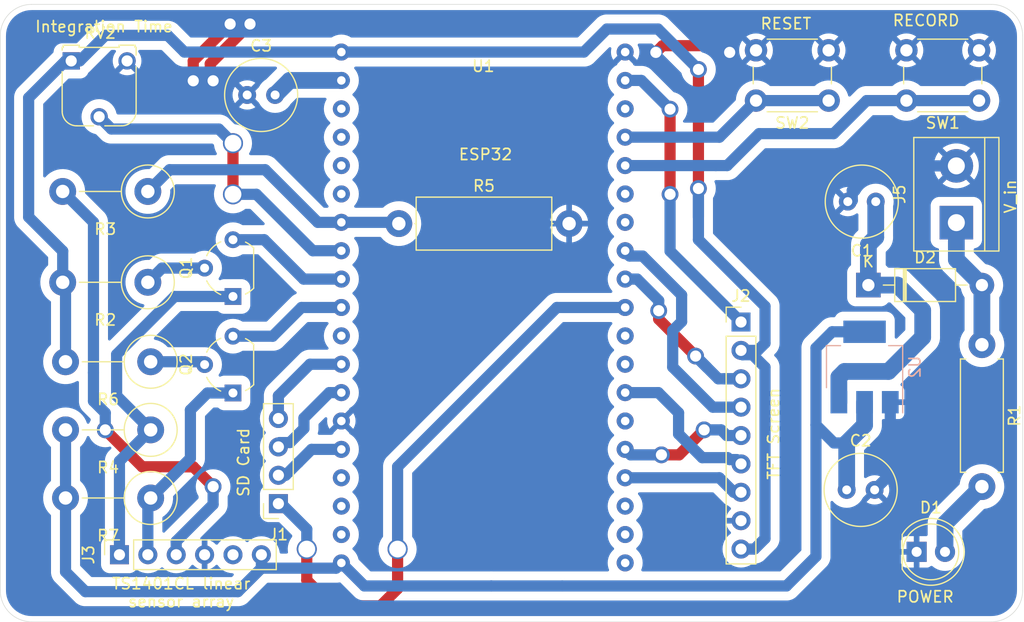
<source format=kicad_pcb>
(kicad_pcb (version 20211014) (generator pcbnew)
  (layers (0 "F.Cu" signal) (31 "B.Cu" signal) (34 "B.Paste" user) (35 "F.Paste" user) (36 "B.SilkS" user "B.Silkscreen") (37 "F.SilkS" user "F.Silkscreen") (38 "B.Mask" user) (39 "F.Mask" user) (44 "Edge.Cuts" user))
  (net 0 "")
  (net 1 "Net-(C1-Pad1)")
  (net 2 "GND")
  (net 3 "+5V")
  (net 4 "Net-(C3-Pad2)")
  (net 5 "Net-(D1-Pad2)")
  (net 6 "VCC")
  (net 7 "/SD_CS")
  (net 8 "/SD_MOSI")
  (net 9 "/SD_MISO")
  (net 10 "/SD_SCK")
  (net 11 "/5V_CAM_SI")
  (net 12 "/5V_CAM_CLK")
  (net 13 "/5V_CAM_AO")
  (net 15 "/SCREEN_MOSI(SDO)")
  (net 16 "+3V3")
  (net 17 "/SCREEN_SCK")
  (net 18 "/SCREEN_MISO(SDI)")
  (net 19 "/SCREEN_DC(RS)")
  (net 20 "/SCREEN_RESET")
  (net 21 "/SCREEN_CS")
  (net 22 "Net-(Q1-Pad2)")
  (net 23 "/3V_CAM_SI")
  (net 24 "/3V_CAM_CLK")
  (net 25 "Net-(Q2-Pad2)")
  (net 26 "/3V_CAM_AO")
  (net 27 "/3V_CAM_INT_TIME")
  (net 28 "/RECORD_BUTTON")
  (net 29 "/RESET_BUTTON")
  (footprint "Resistor_THT:R_Axial_DIN0411_L9.9mm_D3.6mm_P12.70mm_Horizontal" (layer "F.Cu") (at 184.902 102.926 -90)
    (fp_text reference "R1" (at 6.35 -2.92 90) (layer "F.SilkS"))
    (fp_text value "R_Small")
    (fp_line (start 1.28 1.92) (end 11.42 1.92) (layer "F.SilkS") (width 0.12))
    (fp_line (start 11.42 1.92) (end 11.42 1.44) (layer "F.SilkS") (width 0.12))
    (fp_line (start 1.28 1.44) (end 1.28 1.92) (layer "F.SilkS") (width 0.12))
    (fp_line (start 1.28 -1.92) (end 11.42 -1.92) (layer "F.SilkS") (width 0.12))
    (fp_line (start 1.28 -1.44) (end 1.28 -1.92) (layer "F.SilkS") (width 0.12))
    (fp_line (start 11.42 -1.92) (end 11.42 -1.44) (layer "F.SilkS") (width 0.12))
    (pad "1" thru_hole circle (at 0 0 270) (size 2.4 2.4) (drill 1.2) (layers *.Cu *.Mask) (net 6 "VCC"))
    (pad "2" thru_hole oval (at 12.7 0 270) (size 2.4 2.4) (drill 1.2) (layers *.Cu *.Mask) (net 5 "Net-(D1-Pad2)"))
  )
  (footprint "Capacitor_THT:C_Radial_D6.3mm_H7.0mm_P2.50mm" (layer "F.Cu") (at 119.148 80.578)
    (fp_text reference "C3" (at 1.25 -4.4) (layer "F.SilkS"))
    (fp_text value "10uF")
    (fp_circle (center 1.25 0) (end 4.52 0) (layer "F.SilkS") (width 0.12) (fill none))
    (pad "1" thru_hole circle (at 0 0) (size 1.6 1.6) (drill 0.8) (layers *.Cu *.Mask) (net 2 "GND"))
    (pad "2" thru_hole circle (at 2.5 0) (size 1.6 1.6) (drill 0.8) (layers *.Cu *.Mask) (net 4 "Net-(C3-Pad2)"))
  )
  (footprint "Connector_PinSocket_2.54mm:PinSocket_1x06_P2.54mm_Vertical" (layer "F.Cu") (at 107.718 121.726 90)
    (fp_text reference "J3" (at 0 -2.77 90) (layer "F.SilkS"))
    (fp_text value "TS1401CL")
    (fp_line (start -1.33 14.03) (end 1.33 14.03) (layer "F.SilkS") (width 0.12))
    (fp_line (start 1.33 1.27) (end 1.33 14.03) (layer "F.SilkS") (width 0.12))
    (fp_line (start 1.33 -1.33) (end 1.33 0) (layer "F.SilkS") (width 0.12))
    (fp_line (start -1.33 1.27) (end 1.33 1.27) (layer "F.SilkS") (width 0.12))
    (fp_line (start 0 -1.33) (end 1.33 -1.33) (layer "F.SilkS") (width 0.12))
    (fp_line (start -1.33 1.27) (end -1.33 14.03) (layer "F.SilkS") (width 0.12))
    (pad "1" thru_hole rect (at 0 0 90) (size 1.7 1.7) (drill 1) (layers *.Cu *.Mask) (net 11 "/5V_CAM_SI"))
    (pad "2" thru_hole oval (at 0 2.54 90) (size 1.7 1.7) (drill 1) (layers *.Cu *.Mask) (net 12 "/5V_CAM_CLK"))
    (pad "3" thru_hole oval (at 0 5.08 90) (size 1.7 1.7) (drill 1) (layers *.Cu *.Mask) (net 13 "/5V_CAM_AO"))
    (pad "4" thru_hole oval (at 0 7.62 90) (size 1.7 1.7) (drill 1) (layers *.Cu *.Mask) (net 2 "GND"))
    (pad "5" thru_hole oval (at 0 10.16 90) (size 1.7 1.7) (drill 1) (layers *.Cu *.Mask))
    (pad "6" thru_hole oval (at 0 12.7 90) (size 1.7 1.7) (drill 1) (layers *.Cu *.Mask) (net 3 "+5V"))
  )
  (footprint "Button_Switch_THT:SW_PUSH_6mm_H13mm" (layer "F.Cu") (at 184.648 81.082 180)
    (fp_text reference "SW1" (at 3.25 -2) (layer "F.SilkS"))
    (fp_text value "Record to SDCard")
    (fp_line (start 5.5 -1) (end 1 -1) (layer "F.SilkS") (width 0.12))
    (fp_line (start 6.75 3) (end 6.75 1.5) (layer "F.SilkS") (width 0.12))
    (fp_line (start 1 5.5) (end 5.5 5.5) (layer "F.SilkS") (width 0.12))
    (fp_line (start -0.25 1.5) (end -0.25 3) (layer "F.SilkS") (width 0.12))
    (pad "1" thru_hole circle (at 6.5 0 270) (size 2 2) (drill 1.1) (layers *.Cu *.Mask) (net 28 "/RECORD_BUTTON"))
    (pad "1" thru_hole circle (at 0 0 270) (size 2 2) (drill 1.1) (layers *.Cu *.Mask) (net 28 "/RECORD_BUTTON"))
    (pad "2" thru_hole circle (at 6.5 4.5 270) (size 2 2) (drill 1.1) (layers *.Cu *.Mask) (net 2 "GND"))
    (pad "2" thru_hole circle (at 0 4.5 270) (size 2 2) (drill 1.1) (layers *.Cu *.Mask) (net 2 "GND"))
  )
  (footprint "Potentiometer_THT:Potentiometer_Runtron_RM-065_Vertical" (layer "F.Cu") (at 103.4 77.53)
    (fp_text reference "RV2" (at 2.6 -2.5) (layer "F.SilkS"))
    (fp_text value "CAM Integ. Time POT")
    (fp_line (start 0.71 -1.21) (end 0.71 -1.41) (layer "F.SilkS") (width 0.12))
    (fp_line (start -0.81 -1.21) (end -0.81 -0.96) (layer "F.SilkS") (width 0.12))
    (fp_line (start 4.29 -1.21) (end 4.29 -1.41) (layer "F.SilkS") (width 0.12))
    (fp_line (start -0.81 4.5) (end -0.81 0.96) (layer "F.SilkS") (width 0.12))
    (fp_line (start 5.81 0.52) (end 5.81 4.5) (layer "F.SilkS") (width 0.12))
    (fp_line (start 5.71 -1.21) (end 5.81 -1.21) (layer "F.SilkS") (width 0.12))
    (fp_line (start 1.99 5.81) (end 0.5 5.81) (layer "F.SilkS") (width 0.12))
    (fp_line (start 0.71 -1.21) (end 4.29 -1.21) (layer "F.SilkS") (width 0.12))
    (fp_line (start 5.71 -1.41) (end 5.71 -1.21) (layer "F.SilkS") (width 0.12))
    (fp_line (start -0.71 -1.41) (end 0.71 -1.41) (layer "F.SilkS") (width 0.12))
    (fp_line (start 4.29 -1.41) (end 5.71 -1.41) (layer "F.SilkS") (width 0.12))
    (fp_line (start 4.5 5.81) (end 3.01 5.81) (layer "F.SilkS") (width 0.12))
    (fp_line (start -0.71 -1.21) (end -0.81 -1.21) (layer "F.SilkS") (width 0.12))
    (fp_line (start 5.81 -1.21) (end 5.81 -0.52) (layer "F.SilkS") (width 0.12))
    (fp_line (start -0.71 -1.41) (end -0.71 -1.21) (layer "F.SilkS") (width 0.12))
    (fp_arc (start 5.81 4.5) (mid 5.42631 5.42631) (end 4.5 5.81) (layer "F.SilkS") (width 0.12))
    (fp_arc (start 0.5 5.81) (mid -0.42631 5.42631) (end -0.81 4.5) (layer "F.SilkS") (width 0.12))
    (pad "1" thru_hole rect locked (at 0 0) (size 1.55 1.55) (drill 1) (layers *.Cu *.Mask) (net 16 "+3V3"))
    (pad "2" thru_hole circle locked (at 2.5 5) (size 1.55 1.55) (drill 1) (layers *.Cu *.Mask) (net 27 "/3V_CAM_INT_TIME"))
    (pad "3" thru_hole circle locked (at 5 0) (size 1.55 1.55) (drill 1) (layers *.Cu *.Mask) (net 2 "GND"))
  )
  (footprint "LED_THT:LED_D5.0mm_Clear" (layer "F.Cu") (at 179.06 121.468)
    (fp_text reference "D1" (at 1.27 -3.96) (layer "F.SilkS"))
    (fp_text value "POWER_LED")
    (fp_line (start -1.29 -1.545) (end -1.29 1.545) (layer "F.SilkS") (width 0.12))
    (fp_arc (start -1.29 -1.54483) (mid 2.072002 -2.880433) (end 4.26 0.000462) (layer "F.SilkS") (width 0.12))
    (fp_arc (start 4.26 -0.000462) (mid 2.072002 2.880433) (end -1.29 1.54483) (layer "F.SilkS") (width 0.12))
    (fp_circle (center 1.27 0) (end 3.77 0) (layer "F.SilkS") (width 0.12) (fill none))
    (pad "1" thru_hole rect (at 0 0) (size 1.8 1.8) (drill 0.9) (layers *.Cu *.Mask) (net 2 "GND"))
    (pad "2" thru_hole circle (at 2.54 0) (size 1.8 1.8) (drill 0.9) (layers *.Cu *.Mask) (net 5 "Net-(D1-Pad2)"))
  )
  (footprint "Button_Switch_THT:SW_PUSH_6mm_H13mm" (layer "F.Cu") (at 171.186 81.082 180)
    (fp_text reference "SW2" (at 3.25 -2) (layer "F.SilkS"))
    (fp_text value "RESET PIN")
    (fp_line (start -0.25 1.5) (end -0.25 3) (layer "F.SilkS") (width 0.12))
    (fp_line (start 6.75 3) (end 6.75 1.5) (layer "F.SilkS") (width 0.12))
    (fp_line (start 5.5 -1) (end 1 -1) (layer "F.SilkS") (width 0.12))
    (fp_line (start 1 5.5) (end 5.5 5.5) (layer "F.SilkS") (width 0.12))
    (pad "1" thru_hole circle (at 0 0 270) (size 2 2) (drill 1.1) (layers *.Cu *.Mask) (net 29 "/RESET_BUTTON"))
    (pad "1" thru_hole circle (at 6.5 0 270) (size 2 2) (drill 1.1) (layers *.Cu *.Mask) (net 29 "/RESET_BUTTON"))
    (pad "2" thru_hole circle (at 6.5 4.5 270) (size 2 2) (drill 1.1) (layers *.Cu *.Mask) (net 2 "GND"))
    (pad "2" thru_hole circle (at 0 4.5 270) (size 2 2) (drill 1.1) (layers *.Cu *.Mask) (net 2 "GND"))
  )
  (footprint "TerminalBlock:TerminalBlock_bornier-2_P5.08mm" (layer "F.Cu") (at 182.616 92.004 90)
    (fp_text reference "J5" (at 2.54 -5.08 90) (layer "F.SilkS"))
    (fp_text value "Screw_Terminal_01x02")
    (fp_line (start 7.62 -3.81) (end -2.54 -3.81) (layer "F.SilkS") (width 0.12))
    (fp_line (start 7.62 3.81) (end 7.62 -3.81) (layer "F.SilkS") (width 0.12))
    (fp_line (start -2.54 3.81) (end 7.62 3.81) (layer "F.SilkS") (width 0.12))
    (fp_line (start -2.54 -3.81) (end -2.54 3.81) (layer "F.SilkS") (width 0.12))
    (fp_line (start 7.62 2.54) (end -2.54 2.54) (layer "F.SilkS") (width 0.12))
    (pad "1" thru_hole rect (at 0 0 90) (size 3 3) (drill 1.52) (layers *.Cu *.Mask) (net 6 "VCC"))
    (pad "2" thru_hole circle (at 5.08 0 90) (size 3 3) (drill 1.52) (layers *.Cu *.Mask) (net 2 "GND"))
  )
  (footprint "Capacitor_THT:C_Radial_D6.3mm_H7.0mm_P2.50mm" (layer "F.Cu") (at 172.802 115.922)
    (fp_text reference "C2" (at 1.25 -4.4) (layer "F.SilkS"))
    (fp_text value "C_Small")
    (fp_circle (center 1.25 0) (end 4.52 0) (layer "F.SilkS") (width 0.12) (fill none))
    (pad "1" thru_hole circle (at 0 0) (size 1.6 1.6) (drill 0.8) (layers *.Cu *.Mask) (net 3 "+5V"))
    (pad "2" thru_hole circle (at 2.5 0) (size 1.6 1.6) (drill 0.8) (layers *.Cu *.Mask) (net 2 "GND"))
  )
  (footprint "Diode_THT:D_DO-41_SOD81_P10.16mm_Horizontal" (layer "F.Cu") (at 174.742 97.592)
    (fp_text reference "D2" (at 5.08 -2.47) (layer "F.SilkS"))
    (fp_text value "1N4007")
    (fp_text user "K" (at 0 -2.1) (layer "F.SilkS"))
    (fp_line (start 3.26 -1.47) (end 3.26 1.47) (layer "F.SilkS") (width 0.12))
    (fp_line (start 7.8 1.47) (end 7.8 -1.47) (layer "F.SilkS") (width 0.12))
    (fp_line (start 2.36 -1.47) (end 2.36 1.47) (layer "F.SilkS") (width 0.12))
    (fp_line (start 8.82 0) (end 7.8 0) (layer "F.SilkS") (width 0.12))
    (fp_line (start 2.36 1.47) (end 7.8 1.47) (layer "F.SilkS") (width 0.12))
    (fp_line (start 1.34 0) (end 2.36 0) (layer "F.SilkS") (width 0.12))
    (fp_line (start 3.38 -1.47) (end 3.38 1.47) (layer "F.SilkS") (width 0.12))
    (fp_line (start 3.14 -1.47) (end 3.14 1.47) (layer "F.SilkS") (width 0.12))
    (fp_line (start 7.8 -1.47) (end 2.36 -1.47) (layer "F.SilkS") (width 0.12))
    (pad "1" thru_hole rect (at 0 0) (size 2.2 2.2) (drill 1.1) (layers *.Cu *.Mask) (net 1 "Net-(C1-Pad1)"))
    (pad "2" thru_hole oval (at 10.16 0) (size 2.2 2.2) (drill 1.1) (layers *.Cu *.Mask) (net 6 "VCC"))
  )
  (footprint "Capacitor_THT:C_Radial_D6.3mm_H7.0mm_P2.50mm" (layer "F.Cu") (at 175.402 90.122 180)
    (fp_text reference "C1" (at 1.25 -4.4) (layer "F.SilkS"))
    (fp_text value "C_Small")
    (fp_circle (center 1.25 0) (end 4.52 0) (layer "F.SilkS") (width 0.12) (fill none))
    (pad "1" thru_hole circle (at 0 0 180) (size 1.6 1.6) (drill 0.8) (layers *.Cu *.Mask) (net 1 "Net-(C1-Pad1)"))
    (pad "2" thru_hole circle (at 2.5 0 180) (size 1.6 1.6) (drill 0.8) (layers *.Cu *.Mask) (net 2 "GND"))
  )
  (footprint "Package_TO_SOT_THT:TO-92_Wide" (layer "F.Cu") (at 117.878 107.248 90)
    (fp_text reference "Q2" (at 2.55 -4.19 90) (layer "F.SilkS"))
    (fp_text value "BC547")
    (fp_line (start 0.74 1.85) (end 4.34 1.85) (layer "F.SilkS") (width 0.12))
    (fp_arc (start 4.864184 1.122795) (mid 4.633903 1.509328) (end 4.34 1.85) (layer "F.SilkS") (width 0.12))
    (fp_arc (start 0.74 1.85) (mid 0.446097 1.509328) (end 0.215816 1.122795) (layer "F.SilkS") (width 0.12))
    (fp_arc (start 0.172801 -1.103842) (mid 0.678995 -1.832692) (end 1.4 -2.35) (layer "F.SilkS") (width 0.12))
    (fp_arc (start 3.65 -2.35) (mid 4.382279 -1.833196) (end 4.895458 -1.098371) (layer "F.SilkS") (width 0.12))
    (pad "1" thru_hole rect (at 0 0 90) (size 1.5 1.5) (drill 0.8) (layers *.Cu *.Mask) (net 12 "/5V_CAM_CLK"))
    (pad "2" thru_hole circle (at 2.54 -2.54 90) (size 1.5 1.5) (drill 0.8) (layers *.Cu *.Mask) (net 25 "Net-(Q2-Pad2)"))
    (pad "3" thru_hole circle (at 5.08 0 90) (size 1.5 1.5) (drill 0.8) (layers *.Cu *.Mask) (net 24 "/3V_CAM_CLK"))
  )
  (footprint "Connector_PinHeader_2.54mm:PinHeader_1x09_P2.54mm_Vertical" (layer "F.Cu") (at 163.344 100.898)
    (fp_text reference "J2" (at 0 -2.33) (layer "F.SilkS"))
    (fp_text value "tft")
    (fp_line (start -1.33 21.65) (end 1.33 21.65) (layer "F.SilkS") (width 0.12))
    (fp_line (start 1.33 1.27) (end 1.33 21.65) (layer "F.SilkS") (width 0.12))
    (fp_line (start -1.33 0) (end -1.33 -1.33) (layer "F.SilkS") (width 0.12))
    (fp_line (start -1.33 -1.33) (end 0 -1.33) (layer "F.SilkS") (width 0.12))
    (fp_line (start -1.33 1.27) (end -1.33 21.65) (layer "F.SilkS") (width 0.12))
    (fp_line (start -1.33 1.27) (end 1.33 1.27) (layer "F.SilkS") (width 0.12))
    (pad "1" thru_hole rect (at 0 0) (size 1.7 1.7) (drill 1) (layers *.Cu *.Mask) (net 15 "/SCREEN_MOSI(SDO)"))
    (pad "2" thru_hole oval (at 0 2.54) (size 1.7 1.7) (drill 1) (layers *.Cu *.Mask) (net 16 "+3V3"))
    (pad "3" thru_hole oval (at 0 5.08) (size 1.7 1.7) (drill 1) (layers *.Cu *.Mask) (net 17 "/SCREEN_SCK"))
    (pad "4" thru_hole oval (at 0 7.62) (size 1.7 1.7) (drill 1) (layers *.Cu *.Mask) (net 18 "/SCREEN_MISO(SDI)"))
    (pad "5" thru_hole oval (at 0 10.16) (size 1.7 1.7) (drill 1) (layers *.Cu *.Mask) (net 19 "/SCREEN_DC(RS)"))
    (pad "6" thru_hole oval (at 0 12.7) (size 1.7 1.7) (drill 1) (layers *.Cu *.Mask) (net 20 "/SCREEN_RESET"))
    (pad "7" thru_hole oval (at 0 15.24) (size 1.7 1.7) (drill 1) (layers *.Cu *.Mask) (net 21 "/SCREEN_CS"))
    (pad "8" thru_hole oval (at 0 17.78) (size 1.7 1.7) (drill 1) (layers *.Cu *.Mask) (net 2 "GND"))
    (pad "9" thru_hole oval (at 0 20.32) (size 1.7 1.7) (drill 1) (layers *.Cu *.Mask) (net 16 "+3V3"))
  )
  (footprint "doit-esp32-devkit-kicad-36pin:ESP32-DOIT-DEVKIT-36PIN" (layer "F.Cu") (at 140.277 74.197)
    (fp_text reference "U1" (at 0 3.81) (layer "F.SilkS"))
    (fp_text value "DOIT-ESP32-DEVKIT-V1")
    (pad "1" thru_hole circle locked (at -12.7 2.54) (size 1.524 1.524) (drill 0.762) (layers *.Cu *.Mask) (net 16 "+3V3"))
    (pad "2" thru_hole circle locked (at -12.7 5.08) (size 1.524 1.524) (drill 0.762) (layers *.Cu *.Mask) (net 4 "Net-(C3-Pad2)"))
    (pad "3" thru_hole circle locked (at -12.7 7.62) (size 1.524 1.524) (drill 0.762) (layers *.Cu *.Mask))
    (pad "4" thru_hole circle locked (at -12.7 10.16) (size 1.524 1.524) (drill 0.762) (layers *.Cu *.Mask))
    (pad "5" thru_hole circle locked (at -12.7 12.7) (size 1.524 1.524) (drill 0.762) (layers *.Cu *.Mask))
    (pad "6" thru_hole circle locked (at -12.7 15.24) (size 1.524 1.524) (drill 0.762) (layers *.Cu *.Mask))
    (pad "7" thru_hole circle locked (at -12.7 17.78) (size 1.524 1.524) (drill 0.762) (layers *.Cu *.Mask) (net 26 "/3V_CAM_AO"))
    (pad "8" thru_hole circle locked (at -12.7 20.32) (size 1.524 1.524) (drill 0.762) (layers *.Cu *.Mask) (net 27 "/3V_CAM_INT_TIME"))
    (pad "9" thru_hole circle locked (at -12.7 22.86) (size 1.524 1.524) (drill 0.762) (layers *.Cu *.Mask) (net 23 "/3V_CAM_SI"))
    (pad "10" thru_hole circle locked (at -12.7 25.4) (size 1.524 1.524) (drill 0.762) (layers *.Cu *.Mask) (net 24 "/3V_CAM_CLK"))
    (pad "11" thru_hole circle locked (at -12.7 27.94) (size 1.524 1.524) (drill 0.762) (layers *.Cu *.Mask))
    (pad "12" thru_hole circle locked (at -12.7 30.48) (size 1.524 1.524) (drill 0.762) (layers *.Cu *.Mask) (net 10 "/SD_SCK"))
    (pad "13" thru_hole circle locked (at -12.7 33.02) (size 1.524 1.524) (drill 0.762) (layers *.Cu *.Mask) (net 9 "/SD_MISO"))
    (pad "14" thru_hole circle locked (at -12.7 35.56) (size 1.524 1.524) (drill 0.762) (layers *.Cu *.Mask) (net 2 "GND"))
    (pad "15" thru_hole circle locked (at -12.7 38.1) (size 1.524 1.524) (drill 0.762) (layers *.Cu *.Mask) (net 8 "/SD_MOSI"))
    (pad "16" thru_hole circle locked (at -12.7 40.64) (size 1.524 1.524) (drill 0.762) (layers *.Cu *.Mask))
    (pad "17" thru_hole circle locked (at -12.7 43.18) (size 1.524 1.524) (drill 0.762) (layers *.Cu *.Mask))
    (pad "18" thru_hole circle locked (at -12.7 45.72) (size 1.524 1.524) (drill 0.762) (layers *.Cu *.Mask))
    (pad "19" thru_hole circle locked (at -12.7 48.26 180) (size 1.524 1.524) (drill 0.762) (layers *.Cu *.Mask) (net 3 "+5V"))
    (pad "20" thru_hole circle locked (at 12.7 48.26 180) (size 1.524 1.524) (drill 0.762) (layers *.Cu *.Mask))
    (pad "21" thru_hole circle locked (at 12.7 45.72) (size 1.524 1.524) (drill 0.762) (layers *.Cu *.Mask))
    (pad "22" thru_hole circle locked (at 12.7 43.18) (size 1.524 1.524) (drill 0.762) (layers *.Cu *.Mask))
    (pad "23" thru_hole circle locked (at 12.7 40.64) (size 1.524 1.524) (drill 0.762) (layers *.Cu *.Mask) (net 21 "/SCREEN_CS"))
    (pad "24" thru_hole circle locked (at 12.7 38.1) (size 1.524 1.524) (drill 0.762) (layers *.Cu *.Mask) (net 19 "/SCREEN_DC(RS)"))
    (pad "25" thru_hole circle locked (at 12.7 35.56) (size 1.524 1.524) (drill 0.762) (layers *.Cu *.Mask))
    (pad "26" thru_hole circle locked (at 12.7 33.02) (size 1.524 1.524) (drill 0.762) (layers *.Cu *.Mask) (net 20 "/SCREEN_RESET"))
    (pad "27" thru_hole circle locked (at 12.7 30.48) (size 1.524 1.524) (drill 0.762) (layers *.Cu *.Mask))
    (pad "28" thru_hole circle locked (at 12.7 27.94) (size 1.524 1.524) (drill 0.762) (layers *.Cu *.Mask))
    (pad "29" thru_hole circle locked (at 12.7 25.4) (size 1.524 1.524) (drill 0.762) (layers *.Cu *.Mask) (net 7 "/SD_CS"))
    (pad "30" thru_hole circle locked (at 12.7 22.86) (size 1.524 1.524) (drill 0.762) (layers *.Cu *.Mask) (net 17 "/SCREEN_SCK"))
    (pad "31" thru_hole circle locked (at 12.7 20.32) (size 1.524 1.524) (drill 0.762) (layers *.Cu *.Mask) (net 18 "/SCREEN_MISO(SDI)"))
    (pad "32" thru_hole circle locked (at 12.7 17.78) (size 1.524 1.524) (drill 0.762) (layers *.Cu *.Mask))
    (pad "33" thru_hole circle locked (at 12.7 15.24) (size 1.524 1.524) (drill 0.762) (layers *.Cu *.Mask))
    (pad "34" thru_hole circle locked (at 12.7 12.7) (size 1.524 1.524) (drill 0.762) (layers *.Cu *.Mask) (net 28 "/RECORD_BUTTON"))
    (pad "35" thru_hole circle locked (at 12.7 10.16) (size 1.524 1.524) (drill 0.762) (layers *.Cu *.Mask) (net 29 "/RESET_BUTTON"))
    (pad "36" thru_hole circle locked (at 12.7 7.62) (size 1.524 1.524) (drill 0.762) (layers *.Cu *.Mask))
    (pad "37" thru_hole circle locked (at 12.7 5.08) (size 1.524 1.524) (drill 0.762) (layers *.Cu *.Mask) (net 15 "/SCREEN_MOSI(SDO)"))
    (pad "38" thru_hole circle locked (at 12.7 2.54) (size 1.524 1.524) (drill 0.762) (layers *.Cu *.Mask) (net 2 "GND"))
  )
  (footprint "Resistor_THT:R_Axial_DIN0414_L11.9mm_D4.5mm_P7.62mm_Vertical" (layer "F.Cu") (at 110.258 97.342 180)
    (fp_text reference "R2" (at 3.81 -3.37) (layer "F.SilkS"))
    (fp_text value "1k")
    (fp_line (start 2.37 0) (end 6.12 0) (layer "F.SilkS") (width 0.12))
    (fp_circle (center 0 0) (end 2.37 0) (layer "F.SilkS") (width 0.12) (fill none))
    (pad "1" thru_hole circle (at 0 0 180) (size 2.4 2.4) (drill 1.2) (layers *.Cu *.Mask) (net 22 "Net-(Q1-Pad2)"))
    (pad "2" thru_hole oval (at 7.62 0 180) (size 2.4 2.4) (drill 1.2) (layers *.Cu *.Mask) (net 16 "+3V3"))
  )
  (footprint "Resistor_THT:R_Axial_DIN0414_L11.9mm_D4.5mm_P7.62mm_Vertical" (layer "F.Cu") (at 110.258 89.214 180)
    (fp_text reference "R3" (at 3.81 -3.37) (layer "F.SilkS"))
    (fp_text value "X")
    (fp_line (start 2.37 0) (end 6.12 0) (layer "F.SilkS") (width 0.12))
    (fp_circle (center 0 0) (end 2.37 0) (layer "F.SilkS") (width 0.12) (fill none))
    (pad "1" thru_hole circle (at 0 0 180) (size 2.4 2.4) (drill 1.2) (layers *.Cu *.Mask) (net 26 "/3V_CAM_AO"))
    (pad "2" thru_hole oval (at 7.62 0 180) (size 2.4 2.4) (drill 1.2) (layers *.Cu *.Mask) (net 13 "/5V_CAM_AO"))
  )
  (footprint "Resistor_THT:R_Axial_DIN0414_L11.9mm_D4.5mm_P7.62mm_Vertical" (layer "F.Cu") (at 110.512 110.55 180)
    (fp_text reference "R4" (at 3.81 -3.37) (layer "F.SilkS"))
    (fp_text value "10k")
    (fp_line (start 2.37 0) (end 6.12 0) (layer "F.SilkS") (width 0.12))
    (fp_circle (center 0 0) (end 2.37 0) (layer "F.SilkS") (width 0.12) (fill none))
    (pad "1" thru_hole circle (at 0 0 180) (size 2.4 2.4) (drill 1.2) (layers *.Cu *.Mask) (net 11 "/5V_CAM_SI"))
    (pad "2" thru_hole oval (at 7.62 0 180) (size 2.4 2.4) (drill 1.2) (layers *.Cu *.Mask) (net 3 "+5V"))
  )
  (footprint "Resistor_THT:R_Axial_DIN0414_L11.9mm_D4.5mm_P15.24mm_Horizontal" (layer "F.Cu") (at 132.72 92.09)
    (fp_text reference "R5" (at 7.62 -3.37) (layer "F.SilkS"))
    (fp_text value "2X")
    (fp_line (start 1.44 0) (end 1.55 0) (layer "F.SilkS") (width 0.12))
    (fp_line (start 13.8 0) (end 13.69 0) (layer "F.SilkS") (width 0.12))
    (fp_line (start 13.69 -2.37) (end 1.55 -2.37) (layer "F.SilkS") (width 0.12))
    (fp_line (start 1.55 -2.37) (end 1.55 2.37) (layer "F.SilkS") (width 0.12))
    (fp_line (start 13.69 2.37) (end 13.69 -2.37) (layer "F.SilkS") (width 0.12))
    (fp_line (start 1.55 2.37) (end 13.69 2.37) (layer "F.SilkS") (width 0.12))
    (pad "1" thru_hole circle (at 0 0) (size 2.4 2.4) (drill 1.2) (layers *.Cu *.Mask) (net 26 "/3V_CAM_AO"))
    (pad "2" thru_hole oval (at 15.24 0) (size 2.4 2.4) (drill 1.2) (layers *.Cu *.Mask) (net 2 "GND"))
  )
  (footprint "Resistor_THT:R_Axial_DIN0414_L11.9mm_D4.5mm_P7.62mm_Vertical" (layer "F.Cu") (at 110.512 104.454 180)
    (fp_text reference "R6" (at 3.81 -3.37) (layer "F.SilkS"))
    (fp_text value "1k")
    (fp_line (start 2.37 0) (end 6.12 0) (layer "F.SilkS") (width 0.12))
    (fp_circle (center 0 0) (end 2.37 0) (layer "F.SilkS") (width 0.12) (fill none))
    (pad "1" thru_hole circle (at 0 0 180) (size 2.4 2.4) (drill 1.2) (layers *.Cu *.Mask) (net 25 "Net-(Q2-Pad2)"))
    (pad "2" thru_hole oval (at 7.62 0 180) (size 2.4 2.4) (drill 1.2) (layers *.Cu *.Mask) (net 16 "+3V3"))
  )
  (footprint "Resistor_THT:R_Axial_DIN0414_L11.9mm_D4.5mm_P7.62mm_Vertical" (layer "F.Cu") (at 110.512 116.646 180)
    (fp_text reference "R7" (at 3.81 -3.37) (layer "F.SilkS"))
    (fp_text value "10k")
    (fp_line (start 2.37 0) (end 6.12 0) (layer "F.SilkS") (width 0.12))
    (fp_circle (center 0 0) (end 2.37 0) (layer "F.SilkS") (width 0.12) (fill none))
    (pad "1" thru_hole circle (at 0 0 180) (size 2.4 2.4) (drill 1.2) (layers *.Cu *.Mask) (net 12 "/5V_CAM_CLK"))
    (pad "2" thru_hole oval (at 7.62 0 180) (size 2.4 2.4) (drill 1.2) (layers *.Cu *.Mask) (net 3 "+5V"))
  )
  (footprint "Connector_PinSocket_2.54mm:PinSocket_1x04_P2.54mm_Vertical" (layer "F.Cu") (at 121.942 117.154 180)
    (fp_text reference "J1" (at 0 -2.77) (layer "F.SilkS"))
    (fp_text value "SD CARD Conn")
    (fp_line (start -1.33 1.27) (end -1.33 8.95) (layer "F.SilkS") (width 0.12))
    (fp_line (start 1.33 1.27) (end 1.33 8.95) (layer "F.SilkS") (width 0.12))
    (fp_line (start 0 -1.33) (end 1.33 -1.33) (layer "F.SilkS") (width 0.12))
    (fp_line (start -1.33 1.27) (end 1.33 1.27) (layer "F.SilkS") (width 0.12))
    (fp_line (start -1.33 8.95) (end 1.33 8.95) (layer "F.SilkS") (width 0.12))
    (fp_line (start 1.33 -1.33) (end 1.33 0) (layer "F.SilkS") (width 0.12))
    (pad "1" thru_hole rect (at 0 0 180) (size 1.7 1.7) (drill 1) (layers *.Cu *.Mask) (net 7 "/SD_CS"))
    (pad "2" thru_hole oval (at 0 2.54 180) (size 1.7 1.7) (drill 1) (layers *.Cu *.Mask) (net 8 "/SD_MOSI"))
    (pad "3" thru_hole oval (at 0 5.08 180) (size 1.7 1.7) (drill 1) (layers *.Cu *.Mask) (net 9 "/SD_MISO"))
    (pad "4" thru_hole oval (at 0 7.62 180) (size 1.7 1.7) (drill 1) (layers *.Cu *.Mask) (net 10 "/SD_SCK"))
  )
  (footprint "Package_TO_SOT_THT:TO-92_Wide" (layer "F.Cu") (at 117.878 98.612 90)
    (fp_text reference "Q1" (at 2.55 -4.19 90) (layer "F.SilkS"))
    (fp_text value "BC547")
    (fp_line (start 0.74 1.85) (end 4.34 1.85) (layer "F.SilkS") (width 0.12))
    (fp_arc (start 0.74 1.85) (mid 0.446097 1.509328) (end 0.215816 1.122795) (layer "F.SilkS") (width 0.12))
    (fp_arc (start 4.864184 1.122795) (mid 4.633903 1.509328) (end 4.34 1.85) (layer "F.SilkS") (width 0.12))
    (fp_arc (start 3.65 -2.35) (mid 4.382279 -1.833196) (end 4.895458 -1.098371) (layer "F.SilkS") (width 0.12))
    (fp_arc (start 0.172801 -1.103842) (mid 0.678995 -1.832692) (end 1.4 -2.35) (layer "F.SilkS") (width 0.12))
    (pad "1" thru_hole rect (at 0 0 90) (size 1.5 1.5) (drill 0.8) (layers *.Cu *.Mask) (net 11 "/5V_CAM_SI"))
    (pad "2" thru_hole circle (at 2.54 -2.54 90) (size 1.5 1.5) (drill 0.8) (layers *.Cu *.Mask) (net 22 "Net-(Q1-Pad2)"))
    (pad "3" thru_hole circle (at 5.08 0 90) (size 1.5 1.5) (drill 0.8) (layers *.Cu *.Mask) (net 23 "/3V_CAM_SI"))
  )
  (footprint "Package_TO_SOT_SMD:SOT-223-3_TabPin2" (layer "B.Cu") (at 174.402 104.922 90)
    (fp_text reference "U2" (at 0 4.5 90) (layer "B.SilkS") (effects (justify mirror)))
    (fp_text value "AMS1117-5.0")
    (fp_line (start 1.91 3.41) (end 1.91 2.15) (layer "B.SilkS") (width 0.12))
    (fp_line (start -4.1 3.41) (end 1.91 3.41) (layer "B.SilkS") (width 0.12))
    (fp_line (start 1.91 -3.41) (end 1.91 -2.15) (layer "B.SilkS") (width 0.12))
    (fp_line (start -1.85 -3.41) (end 1.91 -3.41) (layer "B.SilkS") (width 0.12))
    (pad "1" smd rect (at -3.15 2.3 90) (size 2 1.5) (layers "B.Cu" "B.Paste" "B.Mask") (net 2 "GND"))
    (pad "2" smd rect (at 3.15 0 90) (size 2 3.8) (layers "B.Cu" "B.Paste" "B.Mask") (net 3 "+5V"))
    (pad "2" smd rect (at -3.15 0 90) (size 2 1.5) (layers "B.Cu" "B.Paste" "B.Mask") (net 3 "+5V"))
    (pad "3" smd rect (at -3.15 -2.3 90) (size 2 1.5) (layers "B.Cu" "B.Paste" "B.Mask") (net 1 "Net-(C1-Pad1)"))
  )
  (gr_arc (start 97.051888 75.272) (mid 97.863203 73.30088) (end 99.827 72.472) (layer "Edge.Cuts") (width 0.05))
  (gr_arc (start 99.852 127.722) (mid 97.872101 126.901899) (end 97.052 124.922) (layer "Edge.Cuts") (width 0.05))
  (gr_line (start 97.052 124.922) (end 97.052 75.272) (layer "Edge.Cuts") (width 0.05))
  (gr_line (start 188.552 75.272) (end 188.552 124.922) (layer "Edge.Cuts") (width 0.05))
  (gr_line (start 99.827 72.472) (end 185.752 72.472) (layer "Edge.Cuts") (width 0.05))
  (gr_arc (start 188.552 124.922) (mid 187.731899 126.901899) (end 185.752 127.722) (layer "Edge.Cuts") (width 0.05))
  (gr_arc (start 185.752 72.472) (mid 187.731899 73.292101) (end 188.552 75.272) (layer "Edge.Cuts") (width 0.05))
  (gr_line (start 185.752 127.722) (end 99.852 127.722) (layer "Edge.Cuts") (width 0.05))
  (gr_text "RECORD" (at 179.91 73.91) (layer "F.SilkS") (effects (font (size 1 1))))
  (gr_text "Integration Time" (at 106.33 74.46) (layer "F.SilkS") (effects (font (size 1 1))))
  (gr_text "RESET" (at 167.36 74.2) (layer "F.SilkS") (effects (font (size 1 1))))
  (gr_text "TS1401CL linear\nsensor array" (at 113.24 125.12) (layer "F.SilkS") (effects (font (size 1 1))))
  (gr_text "SD Card" (at 118.82 113.46 90) (layer "F.SilkS") (effects (font (size 1 1))))
  (gr_text "TFT Screen" (at 166.26 110.9 90) (layer "F.SilkS") (effects (font (size 1 1))))
  (gr_text "POWER" (at 179.83 125.49) (layer "F.SilkS") (effects (font (size 1 1))))
  (gr_text "ESP32" (at 140.48 85.9) (layer "F.SilkS") (effects (font (size 1 1))))
  (gr_text "V_in" (at 187.452 89.662 90) (layer "F.SilkS") (effects (font (size 1 1))))
  (segment (start 179.602 99.852) (end 179.602 102.262002) (width 1.5) (layer "B.Cu") (net 1))
  (segment (start 177.342 97.592) (end 179.602 99.852) (width 1.5) (layer "B.Cu") (net 1))
  (segment (start 174.742 97.592) (end 174.742 93.982) (width 1.5) (layer "B.Cu") (net 1))
  (segment (start 176.542002 105.322) (end 172.611998 105.322) (width 1.5) (layer "B.Cu") (net 1))
  (segment (start 174.742 93.982) (end 175.402 93.322) (width 1.5) (layer "B.Cu") (net 1))
  (segment (start 179.602 102.262002) (end 176.542002 105.322) (width 1.5) (layer "B.Cu") (net 1))
  (segment (start 174.742 97.592) (end 177.342 97.592) (width 1.5) (layer "B.Cu") (net 1))
  (segment (start 175.402 93.322) (end 175.402 90.122) (width 1.5) (layer "B.Cu") (net 1))
  (segment (start 172.611998 105.322) (end 172.102 105.831998) (width 1.5) (layer "B.Cu") (net 1))
  (segment (start 172.102 105.831998) (end 172.102 108.072) (width 1.5) (layer "B.Cu") (net 1))
  (segment (start 119.402 74.228) (end 115.846 77.784) (width 1) (layer "F.Cu") (net 2))
  (segment (start 156.323999 76.168001) (end 161.728001 76.168001) (width 1) (layer "F.Cu") (net 2))
  (segment (start 114.322 79.308) (end 114.322 77.53) (width 1) (layer "F.Cu") (net 2))
  (segment (start 161.728001 76.168001) (end 162.328 76.768) (width 1) (layer "F.Cu") (net 2))
  (segment (start 155.724 76.768) (end 156.323999 76.168001) (width 1) (layer "F.Cu") (net 2))
  (segment (start 115.846 79.054) (end 116.1 79.308) (width 1) (layer "F.Cu") (net 2))
  (segment (start 114.322 77.53) (end 117.624 74.228) (width 1) (layer "F.Cu") (net 2))
  (segment (start 115.846 77.784) (end 115.846 79.054) (width 1) (layer "F.Cu") (net 2))
  (via (at 114.322 79.308) (size 1.2) (drill 1) (layers "F.Cu" "B.Cu") (net 2))
  (via (at 116.1 79.308) (size 1.2) (drill 1) (layers "F.Cu" "B.Cu") (net 2))
  (via (at 117.624 74.228) (size 1.2) (drill 1) (layers "F.Cu" "B.Cu") (net 2))
  (via (at 155.724 76.768) (size 1.2) (drill 1) (layers "F.Cu" "B.Cu") (net 2))
  (via (at 119.402 74.228) (size 1.2) (drill 1) (layers "F.Cu" "B.Cu") (net 2))
  (via (at 162.328 76.768) (size 1.2) (drill 1) (layers "F.Cu" "B.Cu") (net 2))
  (segment (start 175.302 115.922) (end 176.702 114.522) (width 1) (layer "B.Cu") (net 2))
  (segment (start 173.301999 89.113999) (end 175.491998 86.924) (width 1) (layer "B.Cu") (net 2))
  (segment (start 173.301999 90.022001) (end 173.301999 89.113999) (width 1) (layer "B.Cu") (net 2))
  (segment (start 173.202 90.122) (end 173.301999 90.022001) (width 1) (layer "B.Cu") (net 2))
  (segment (start 175.491998 86.924) (end 182.616 86.924) (width 1) (layer "B.Cu") (net 2))
  (segment (start 176.702 114.522) (end 176.702 108.072) (width 1) (layer "B.Cu") (net 2))
  (segment (start 172.902 90.122) (end 173.202 90.122) (width 1) (layer "B.Cu") (net 2))
  (segment (start 172.802 111.722) (end 172.802 115.922) (width 1.5) (layer "B.Cu") (net 3))
  (segment (start 174.402 110.122) (end 172.802 111.722) (width 1.5) (layer "B.Cu") (net 3))
  (segment (start 174.402 108.072) (end 174.402 110.122) (width 1.5) (layer "B.Cu") (net 3))
  (segment (start 170.051999 103.222001) (end 170.051999 110.112001) (width 1) (layer "B.Cu") (net 3))
  (segment (start 170.051999 110.112001) (end 170.051999 121.876001) (width 1) (layer "B.Cu") (net 3))
  (segment (start 102.892 123.25) (end 104.67 125.028) (width 1) (layer "B.Cu") (net 3))
  (segment (start 171.502 101.772) (end 170.051999 103.222001) (width 1) (layer "B.Cu") (net 3))
  (segment (start 120.418 122.928081) (end 120.418 121.726) (width 1) (layer "B.Cu") (net 3))
  (segment (start 129.639001 124.519001) (end 127.577 122.457) (width 1) (layer "B.Cu") (net 3))
  (segment (start 118.318081 125.028) (end 120.418 122.928081) (width 1) (layer "B.Cu") (net 3))
  (segment (start 170.051999 110.112001) (end 171.661998 111.722) (width 1) (layer "B.Cu") (net 3))
  (segment (start 140.992 124.518002) (end 140.992999 124.519001) (width 1) (layer "B.Cu") (net 3))
  (segment (start 170.051999 121.876001) (end 167.408999 124.519001) (width 1) (layer "B.Cu") (net 3))
  (segment (start 174.402 101.772) (end 171.502 101.772) (width 1) (layer "B.Cu") (net 3))
  (segment (start 120.418 122.928081) (end 127.105919 122.928081) (width 1) (layer "B.Cu") (net 3))
  (segment (start 140.992999 124.519001) (end 129.639001 124.519001) (width 1) (layer "B.Cu") (net 3))
  (segment (start 102.892 110.55) (end 102.892 116.646) (width 1) (layer "B.Cu") (net 3))
  (segment (start 171.661998 111.722) (end 172.802 111.722) (width 1) (layer "B.Cu") (net 3))
  (segment (start 167.408999 124.519001) (end 147.341001 124.519001) (width 1) (layer "B.Cu") (net 3))
  (segment (start 127.105919 122.928081) (end 127.577 122.457) (width 1) (layer "B.Cu") (net 3))
  (segment (start 102.892 116.646) (end 102.892 123.25) (width 1) (layer "B.Cu") (net 3))
  (segment (start 104.67 125.028) (end 118.318081 125.028) (width 1) (layer "B.Cu") (net 3))
  (segment (start 147.341001 124.519001) (end 140.992999 124.519001) (width 1) (layer "B.Cu") (net 3))
  (segment (start 127.577 79.277) (end 122.949 79.277) (width 1.5) (layer "B.Cu") (net 4))
  (segment (start 122.949 79.277) (end 121.648 80.578) (width 1.5) (layer "B.Cu") (net 4))
  (segment (start 181.6 118.928) (end 184.902 115.626) (width 1.5) (layer "B.Cu") (net 5))
  (segment (start 181.6 121.468) (end 181.6 118.928) (width 1.5) (layer "B.Cu") (net 5))
  (segment (start 184.902 97.592) (end 184.902 102.926) (width 1.5) (layer "B.Cu") (net 6))
  (segment (start 182.616 95.306) (end 184.902 97.592) (width 1.5) (layer "B.Cu") (net 6))
  (segment (start 182.616 92.004) (end 182.616 95.306) (width 1.5) (layer "B.Cu") (net 6))
  (segment (start 131.086 126.298) (end 132.61 124.774) (width 1) (layer "F.Cu") (net 7))
  (segment (start 126.768 126.298) (end 131.086 126.298) (width 1) (layer "F.Cu") (net 7))
  (segment (start 132.61 124.774) (end 132.61 121.218) (width 1) (layer "F.Cu") (net 7))
  (segment (start 124.482 121.218) (end 124.482 124.012) (width 1) (layer "F.Cu") (net 7))
  (segment (start 124.482 124.012) (end 126.768 126.298) (width 1) (layer "F.Cu") (net 7))
  (via (at 124.482 121.218) (size 1.8) (drill 1.5) (layers "F.Cu" "B.Cu") (net 7))
  (via (at 132.61 121.218) (size 1.8) (drill 1.5) (layers "F.Cu" "B.Cu") (net 7))
  (segment (start 132.61 121.218) (end 132.61 113.852) (width 1) (layer "B.Cu") (net 7))
  (segment (start 122.196 117.154) (end 124.482 119.44) (width 1) (layer "B.Cu") (net 7))
  (segment (start 132.61 113.852) (end 146.865 99.597) (width 1) (layer "B.Cu") (net 7))
  (segment (start 124.482 119.44) (end 124.482 121.128071) (width 1) (layer "B.Cu") (net 7))
  (segment (start 146.865 99.597) (end 152.977 99.597) (width 1) (layer "B.Cu") (net 7))
  (segment (start 121.942 117.154) (end 122.196 117.154) (width 1) (layer "B.Cu") (net 7))
  (segment (start 123.719589 113.484011) (end 124.9066 112.297) (width 1) (layer "B.Cu") (net 8))
  (segment (start 121.942 114.614) (end 122.584002 114.614) (width 1) (layer "B.Cu") (net 8))
  (segment (start 124.9066 112.297) (end 127.577 112.297) (width 1) (layer "B.Cu") (net 8))
  (segment (start 123.713991 113.484011) (end 123.719589 113.484011) (width 1) (layer "B.Cu") (net 8))
  (segment (start 122.584002 114.614) (end 123.713991 113.484011) (width 1) (layer "B.Cu") (net 8))
  (segment (start 121.942 112.074) (end 121.942 111.82) (width 1) (layer "B.Cu") (net 9))
  (segment (start 126.49937 107.217) (end 127.577 107.217) (width 1) (layer "B.Cu") (net 9))
  (segment (start 122.077999 111.684001) (end 122.974001 111.684001) (width 1) (layer "B.Cu") (net 9))
  (segment (start 124.228 109.48837) (end 126.49937 107.217) (width 1) (layer "B.Cu") (net 9))
  (segment (start 124.228 110.430002) (end 124.228 109.48837) (width 1) (layer "B.Cu") (net 9))
  (segment (start 121.942 111.82) (end 122.077999 111.684001) (width 1) (layer "B.Cu") (net 9))
  (segment (start 122.974001 111.684001) (end 124.228 110.430002) (width 1) (layer "B.Cu") (net 9))
  (segment (start 124.767 104.677) (end 127.577 104.677) (width 1) (layer "B.Cu") (net 10))
  (segment (start 121.942 109.534) (end 121.942 107.502) (width 1) (layer "B.Cu") (net 10))
  (segment (start 121.942 107.502) (end 124.767 104.677) (width 1) (layer "B.Cu") (net 10))
  (segment (start 107.718 113.344) (end 110.512 110.55) (width 1) (layer "B.Cu") (net 11))
  (segment (start 107.718 121.726) (end 107.718 113.344) (width 1) (layer "B.Cu") (net 11))
  (segment (start 110.512 110.55) (end 107.464 107.502) (width 1) (layer "B.Cu") (net 11))
  (segment (start 112.653998 98.612) (end 117.878 98.612) (width 1) (layer "B.Cu") (net 11))
  (segment (start 107.464 103.801998) (end 112.653998 98.612) (width 1) (layer "B.Cu") (net 11))
  (segment (start 107.464 107.502) (end 107.464 103.801998) (width 1) (layer "B.Cu") (net 11))
  (segment (start 114.068 108.772) (end 114.068 113.09) (width 1) (layer "B.Cu") (net 12))
  (segment (start 110.258 116.9) (end 110.512 116.646) (width 1) (layer "B.Cu") (net 12))
  (segment (start 115.592 107.248) (end 114.068 108.772) (width 1) (layer "B.Cu") (net 12))
  (segment (start 117.878 107.248) (end 115.592 107.248) (width 1) (layer "B.Cu") (net 12))
  (segment (start 110.258 121.726) (end 110.258 116.9) (width 1) (layer "B.Cu") (net 12))
  (segment (start 114.068 113.09) (end 110.512 116.646) (width 1) (layer "B.Cu") (net 12))
  (segment (start 109.75 113.852) (end 114.322 113.852) (width 1) (layer "F.Cu") (net 13))
  (segment (start 106.448 110.55) (end 109.75 113.852) (width 1) (layer "F.Cu") (net 13))
  (segment (start 116.1 115.63) (end 114.322 113.852) (width 1) (layer "F.Cu") (net 13))
  (segment (start 114.322 113.852) (end 113.56 113.852) (width 1) (layer "F.Cu") (net 13))
  (via (at 106.448 110.55) (size 1.5) (drill 1) (layers "F.Cu" "B.Cu") (net 13))
  (via (at 116.1 115.63) (size 1.5) (drill 1) (layers "F.Cu" "B.Cu") (net 13))
  (segment (start 112.798 121.726) (end 112.798 120.523919) (width 1) (layer "B.Cu") (net 13))
  (segment (start 106.448 109.031598) (end 105.392001 107.975599) (width 1) (layer "B.Cu") (net 13))
  (segment (start 105.392001 107.975599) (end 105.392001 105.430001) (width 1) (layer "B.Cu") (net 13))
  (segment (start 102.638 89.214) (end 105.392001 91.968001) (width 1) (layer "B.Cu") (net 13))
  (segment (start 112.798 120.523919) (end 116.1 117.221919) (width 1) (layer "B.Cu") (net 13))
  (segment (start 116.1 115.63) (end 116.1 117.221919) (width 1) (layer "B.Cu") (net 13))
  (segment (start 105.392001 91.968001) (end 105.392001 105.430001) (width 1) (layer "B.Cu") (net 13))
  (segment (start 106.448 110.55) (end 106.448 109.031598) (width 1) (layer "B.Cu") (net 13))
  (segment (start 156.994 81.848) (end 156.994 89.468) (width 1) (layer "F.Cu") (net 15))
  (via (at 156.994 89.468) (size 1.5) (drill 1) (layers "F.Cu" "B.Cu") (net 15))
  (via (at 156.994 81.848) (size 1.5) (drill 1) (layers "F.Cu" "B.Cu") (net 15))
  (segment (start 154.423 79.277) (end 156.994 81.848) (width 1) (layer "B.Cu") (net 15))
  (segment (start 156.994 94.548) (end 160.283999 97.837999) (width 1) (layer "B.Cu") (net 15))
  (segment (start 156.994 89.468) (end 156.994 94.548) (width 1) (layer "B.Cu") (net 15))
  (segment (start 160.283999 97.837999) (end 163.344 100.898) (width 1) (layer "B.Cu") (net 15))
  (segment (start 152.977 79.277) (end 154.423 79.277) (width 1) (layer "B.Cu") (net 15))
  (segment (start 159.534 78.292) (end 159.534 88.947) (width 1) (layer "F.Cu") (net 16))
  (via (at 159.534 78.292) (size 1.5) (drill 1) (layers "F.Cu" "B.Cu") (net 16))
  (via (at 159.534 88.947) (size 1.5) (drill 1) (layers "F.Cu" "B.Cu") (net 16))
  (segment (start 104.162 77.53) (end 106.448 75.244) (width 1) (layer "B.Cu") (net 16))
  (segment (start 99.59 91.5) (end 99.59 80.832) (width 1) (layer "B.Cu") (net 16))
  (segment (start 151.344999 74.674999) (end 155.916999 74.674999) (width 1) (layer "B.Cu") (net 16))
  (segment (start 102.638 94.548) (end 99.59 91.5) (width 1) (layer "B.Cu") (net 16))
  (segment (start 102.892 77.53) (end 99.59 80.832) (width 1) (layer "B.Cu") (net 16))
  (segment (start 127.577 76.737) (end 149.282998 76.737) (width 1) (layer "B.Cu") (net 16))
  (segment (start 163.344 103.692) (end 163.479999 103.827999) (width 1) (layer "B.Cu") (net 16))
  (segment (start 159.534 93.532) (end 159.534 88.947) (width 1) (layer "B.Cu") (net 16))
  (segment (start 113.529 76.737) (end 127.577 76.737) (width 1) (layer "B.Cu") (net 16))
  (segment (start 163.344 103.438) (end 163.344 103.692) (width 1) (layer "B.Cu") (net 16))
  (segment (start 164.376001 103.827999) (end 165.494001 104.945999) (width 1) (layer "B.Cu") (net 16))
  (segment (start 106.448 75.244) (end 112.036 75.244) (width 1) (layer "B.Cu") (net 16))
  (segment (start 164.844002 103.438) (end 165.494001 102.788001) (width 1) (layer "B.Cu") (net 16))
  (segment (start 165.494001 120.27008) (end 164.546081 121.218) (width 1) (layer "B.Cu") (net 16))
  (segment (start 102.892 104.454) (end 102.892 97.596) (width 1) (layer "B.Cu") (net 16))
  (segment (start 165.494001 104.945999) (end 165.494001 120.27008) (width 1) (layer "B.Cu") (net 16))
  (segment (start 112.036 75.244) (end 113.529 76.737) (width 1) (layer "B.Cu") (net 16))
  (segment (start 165.494001 102.788001) (end 165.494001 99.492001) (width 1) (layer "B.Cu") (net 16))
  (segment (start 165.494001 99.492001) (end 159.534 93.532) (width 1) (layer "B.Cu") (net 16))
  (segment (start 103.4 77.53) (end 104.162 77.53) (width 1) (layer "B.Cu") (net 16))
  (segment (start 163.344 103.438) (end 164.844002 103.438) (width 1) (layer "B.Cu") (net 16))
  (segment (start 102.638 97.342) (end 102.638 94.548) (width 1) (layer "B.Cu") (net 16))
  (segment (start 159.534 88.947) (end 159.534 91.517998) (width 1) (layer "B.Cu") (net 16))
  (segment (start 103.4 77.53) (end 102.892 77.53) (width 1) (layer "B.Cu") (net 16))
  (segment (start 164.546081 121.218) (end 163.344 121.218) (width 1) (layer "B.Cu") (net 16))
  (segment (start 102.892 97.596) (end 102.638 97.342) (width 1) (layer "B.Cu") (net 16))
  (segment (start 149.282998 76.737) (end 151.344999 74.674999) (width 1) (layer "B.Cu") (net 16))
  (segment (start 155.916999 74.674999) (end 159.534 78.292) (width 1) (layer "B.Cu") (net 16))
  (segment (start 163.479999 103.827999) (end 164.376001 103.827999) (width 1) (layer "B.Cu") (net 16))
  (segment (start 155.978 100.644) (end 159.28 103.946) (width 1) (layer "F.Cu") (net 17))
  (segment (start 155.978 99.882) (end 155.978 100.644) (width 1) (layer "F.Cu") (net 17))
  (via (at 159.28 103.946) (size 1.5) (drill 1) (layers "F.Cu" "B.Cu") (net 17))
  (via (at 155.978 99.882) (size 1.5) (drill 1) (layers "F.Cu" "B.Cu") (net 17))
  (segment (start 159.28 103.946) (end 160.296 104.962) (width 1) (layer "B.Cu") (net 17))
  (segment (start 154.05463 97.057) (end 155.978 98.98037) (width 1) (layer "B.Cu") (net 17))
  (segment (start 163.344 105.978) (end 161.312 105.978) (width 1) (layer "B.Cu") (net 17))
  (segment (start 161.312 105.978) (end 159.28 103.946) (width 1) (layer "B.Cu") (net 17))
  (segment (start 152.977 97.057) (end 154.05463 97.057) (width 1) (layer "B.Cu") (net 17))
  (segment (start 163.344 105.978) (end 161.82 105.978) (width 1) (layer "B.Cu") (net 17))
  (segment (start 155.978 98.98037) (end 155.978 99.882) (width 1) (layer "B.Cu") (net 17))
  (segment (start 163.344 108.518) (end 160.817998 108.518) (width 1) (layer "B.Cu") (net 18))
  (segment (start 158.028001 98.484773) (end 154.538227 94.994999) (width 1) (layer "B.Cu") (net 18))
  (segment (start 154.538227 94.994999) (end 153.376999 94.994999) (width 1) (layer "B.Cu") (net 18))
  (segment (start 160.817998 108.518) (end 157.229999 104.930001) (width 1) (layer "B.Cu") (net 18))
  (segment (start 153.376999 94.994999) (end 152.977 94.595) (width 1) (layer "B.Cu") (net 18))
  (segment (start 152.977 94.595) (end 152.977 94.517) (width 1) (layer "B.Cu") (net 18))
  (segment (start 158.028001 100.866001) (end 158.028001 98.484773) (width 1) (layer "B.Cu") (net 18))
  (segment (start 157.229999 101.664003) (end 158.028001 100.866001) (width 1) (layer "B.Cu") (net 18))
  (segment (start 157.229999 104.930001) (end 157.229999 101.664003) (width 1) (layer "B.Cu") (net 18))
  (segment (start 157.805 112.787) (end 160.042 110.55) (width 1) (layer "F.Cu") (net 19))
  (segment (start 156.221267 112.787) (end 157.805 112.787) (width 1) (layer "F.Cu") (net 19))
  (via (at 160.042 110.55) (size 1.5) (drill 1) (layers "F.Cu" "B.Cu") (net 19))
  (via (at 156.221267 112.787) (size 1.5) (drill 1) (layers "F.Cu" "B.Cu") (net 19))
  (segment (start 163.344 111.058) (end 162.074 111.058) (width 1) (layer "B.Cu") (net 19))
  (segment (start 160.042 110.55) (end 161.566 110.55) (width 1) (layer "B.Cu") (net 19))
  (segment (start 162.074 111.058) (end 161.566 110.55) (width 1) (layer "B.Cu") (net 19))
  (segment (start 156.221267 112.787) (end 153.467 112.787) (width 1) (layer "B.Cu") (net 19))
  (segment (start 153.467 112.787) (end 152.977 112.297) (width 1) (layer "B.Cu") (net 19))
  (segment (start 157.756 110.91837) (end 159.87462 113.03699) (width 1) (layer "B.Cu") (net 20))
  (segment (start 162.311999 113.208001) (end 162.954001 113.208001) (width 1) (layer "B.Cu") (net 20))
  (segment (start 157.756 109.026) (end 157.756 110.91837) (width 1) (layer "B.Cu") (net 20))
  (segment (start 162.140988 113.03699) (end 162.311999 113.208001) (width 1) (layer "B.Cu") (net 20))
  (segment (start 159.87462 113.03699) (end 162.140988 113.03699) (width 1) (layer "B.Cu") (net 20))
  (segment (start 155.947 107.217) (end 157.756 109.026) (width 1) (layer "B.Cu") (net 20))
  (segment (start 152.977 107.217) (end 155.947 107.217) (width 1) (layer "B.Cu") (net 20))
  (segment (start 162.954001 113.208001) (end 163.344 113.598) (width 1) (layer "B.Cu") (net 20))
  (segment (start 162.701998 116.138) (end 163.344 116.138) (width 1) (layer "B.Cu") (net 21))
  (segment (start 161.400998 114.837) (end 162.701998 116.138) (width 1) (layer "B.Cu") (net 21))
  (segment (start 152.977 114.837) (end 161.400998 114.837) (width 1) (layer "B.Cu") (net 21))
  (segment (start 115.338 96.072) (end 111.528 96.072) (width 1) (layer "B.Cu") (net 22))
  (segment (start 111.528 96.072) (end 110.258 97.342) (width 1) (layer "B.Cu") (net 22))
  (segment (start 120.672 93.532) (end 117.878 93.532) (width 1) (layer "B.Cu") (net 23))
  (segment (start 127.577 97.057) (end 124.197 97.057) (width 1) (layer "B.Cu") (net 23))
  (segment (start 124.197 97.057) (end 120.672 93.532) (width 1) (layer "B.Cu") (net 23))
  (segment (start 117.878 102.168) (end 121.434 102.168) (width 1) (layer "B.Cu") (net 24))
  (segment (start 121.434 102.168) (end 124.005 99.597) (width 1) (layer "B.Cu") (net 24))
  (segment (start 124.005 99.597) (end 127.577 99.597) (width 1) (layer "B.Cu") (net 24))
  (segment (start 110.512 104.454) (end 115.084 104.454) (width 1) (layer "B.Cu") (net 25))
  (segment (start 115.084 104.454) (end 115.338 104.708) (width 1) (layer "B.Cu") (net 25))
  (segment (start 127.577 91.977) (end 125.467 91.977) (width 1) (layer "B.Cu") (net 26))
  (segment (start 110.766 88.706) (end 110.258 89.214) (width 1) (layer "B.Cu") (net 26))
  (segment (start 132.607 91.977) (end 132.72 92.09) (width 1) (layer "B.Cu") (net 26))
  (segment (start 112.204001 87.267999) (end 120.757999 87.267999) (width 1) (layer "B.Cu") (net 26))
  (segment (start 125.467 91.977) (end 120.757999 87.267999) (width 1) (layer "B.Cu") (net 26))
  (segment (start 127.577 91.977) (end 132.607 91.977) (width 1) (layer "B.Cu") (net 26))
  (segment (start 110.258 89.214) (end 112.204001 87.267999) (width 1) (layer "B.Cu") (net 26))
  (segment (start 117.878 89.468) (end 117.878 84.896) (width 1) (layer "F.Cu") (net 27))
  (via (at 117.878 89.468) (size 1.8) (drill 1.5) (layers "F.Cu" "B.Cu") (net 27))
  (via (at 117.878 84.896) (size 1.8) (drill 1.5) (layers "F.Cu" "B.Cu") (net 27))
  (segment (start 116.608 83.626) (end 106.996 83.626) (width 1) (layer "B.Cu") (net 27))
  (segment (start 125.021 94.517) (end 127.577 94.517) (width 1) (layer "B.Cu") (net 27))
  (segment (start 119.972 89.468) (end 125.021 94.517) (width 1) (layer "B.Cu") (net 27))
  (segment (start 117.878 89.468) (end 119.972 89.468) (width 1) (layer "B.Cu") (net 27))
  (segment (start 106.996 83.626) (end 105.9 82.53) (width 1) (layer "B.Cu") (net 27))
  (segment (start 117.878 84.896) (end 116.608 83.626) (width 1) (layer "B.Cu") (net 27))
  (segment (start 174.590002 81.082) (end 178.148 81.082) (width 1) (layer "B.Cu") (net 28))
  (segment (start 171.632001 84.040001) (end 164.961999 84.040001) (width 1) (layer "B.Cu") (net 28))
  (segment (start 164.961999 84.040001) (end 162.105 86.897) (width 1) (layer "B.Cu") (net 28))
  (segment (start 171.632001 84.040001) (end 174.590002 81.082) (width 1) (layer "B.Cu") (net 28))
  (segment (start 162.105 86.897) (end 161.089 86.897) (width 1) (layer "B.Cu") (net 28))
  (segment (start 152.977 86.897) (end 161.089 86.897) (width 1) (layer "B.Cu") (net 28))
  (segment (start 184.648 81.082) (end 178.148 81.082) (width 1) (layer "B.Cu") (net 28))
  (segment (start 152.977 84.357) (end 161.411 84.357) (width 1) (layer "B.Cu") (net 29))
  (segment (start 164.686 81.082) (end 171.186 81.082) (width 1) (layer "B.Cu") (net 29))
  (segment (start 161.411 84.357) (end 164.686 81.082) (width 1) (layer "B.Cu") (net 29))
  (zone (net 2) (net_name "GND") (layer "B.Cu") (connect_pads (clearance 0.508)) (min_thickness 0.254) (fill yes (thermal_gap 0.508) (thermal_bridge_width 0.508))
    (polygon (pts (xy 188.052 127.472) (xy 97.052 127.472) (xy 97.052 72.722) (xy 188.052 72.722)))
  )
)
</source>
